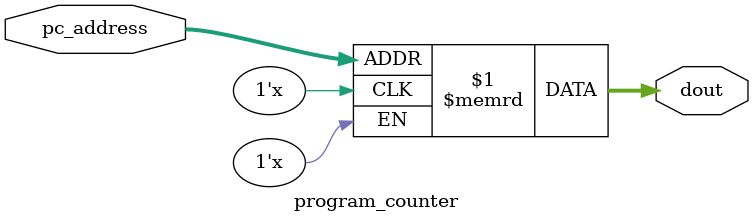
<source format=sv>
module program_counter(pc_address,dout);

parameter depth =256;
parameter pc_width = 5;
parameter instr_width = 59;


input [pc_width-1:0] pc_address; //pc_address coming from instruction_decode controller 5 bits wide = 32 addresses are possible as of now
output [instr_width-1:0] dout; //59 bit wide instruction

reg [instr_width-1:0] Imem[depth-1:0]; //256 registers each of 59 bit wide

//Continuos assignment    
assign dout= Imem[pc_address]; //instruction is always available whenever pc_address is given

endmodule

</source>
